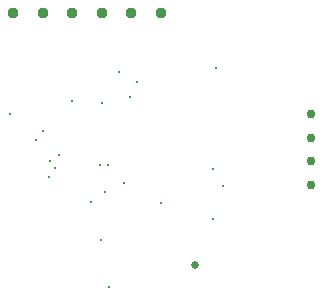
<source format=gbr>
%TF.GenerationSoftware,KiCad,Pcbnew,8.0.8*%
%TF.CreationDate,2025-06-30T12:07:43+05:30*%
%TF.ProjectId,openlog,6f70656e-6c6f-4672-9e6b-696361645f70,rev?*%
%TF.SameCoordinates,Original*%
%TF.FileFunction,Plated,1,2,PTH,Drill*%
%TF.FilePolarity,Positive*%
%FSLAX46Y46*%
G04 Gerber Fmt 4.6, Leading zero omitted, Abs format (unit mm)*
G04 Created by KiCad (PCBNEW 8.0.8) date 2025-06-30 12:07:43*
%MOMM*%
%LPD*%
G01*
G04 APERTURE LIST*
%TA.AperFunction,ViaDrill*%
%ADD10C,0.300000*%
%TD*%
%TA.AperFunction,ComponentDrill*%
%ADD11C,0.650000*%
%TD*%
%TA.AperFunction,ComponentDrill*%
%ADD12C,0.762000*%
%TD*%
%TA.AperFunction,ComponentDrill*%
%ADD13C,0.950000*%
%TD*%
G04 APERTURE END LIST*
D10*
X115741100Y-65380000D03*
X117956600Y-67580000D03*
X118503989Y-66845439D03*
X119043400Y-70741900D03*
X119124255Y-69392395D03*
X119538140Y-69990078D03*
X119878753Y-68901749D03*
X121000000Y-64305200D03*
X122616100Y-72800000D03*
X123320023Y-69681573D03*
X123436900Y-76030300D03*
X123500000Y-64443600D03*
X123787200Y-72000000D03*
X124051600Y-69700000D03*
X124100600Y-80050000D03*
X124951600Y-61800000D03*
X125382000Y-71218000D03*
X125870200Y-63924100D03*
X126479200Y-62700000D03*
X128483300Y-72947400D03*
X132866300Y-74250000D03*
X132921100Y-70023900D03*
X133134000Y-61460500D03*
X133747300Y-71468500D03*
D11*
%TO.C,J1*%
X131400000Y-78200000D03*
D12*
%TO.C,J4*%
X141200000Y-65400000D03*
X141200000Y-67400000D03*
X141200000Y-69400000D03*
X141200000Y-71400000D03*
D13*
%TO.C,J3*%
X116000000Y-56800000D03*
X118500000Y-56800000D03*
X121000000Y-56800000D03*
X123500000Y-56800000D03*
X126000000Y-56800000D03*
X128500000Y-56800000D03*
M02*

</source>
